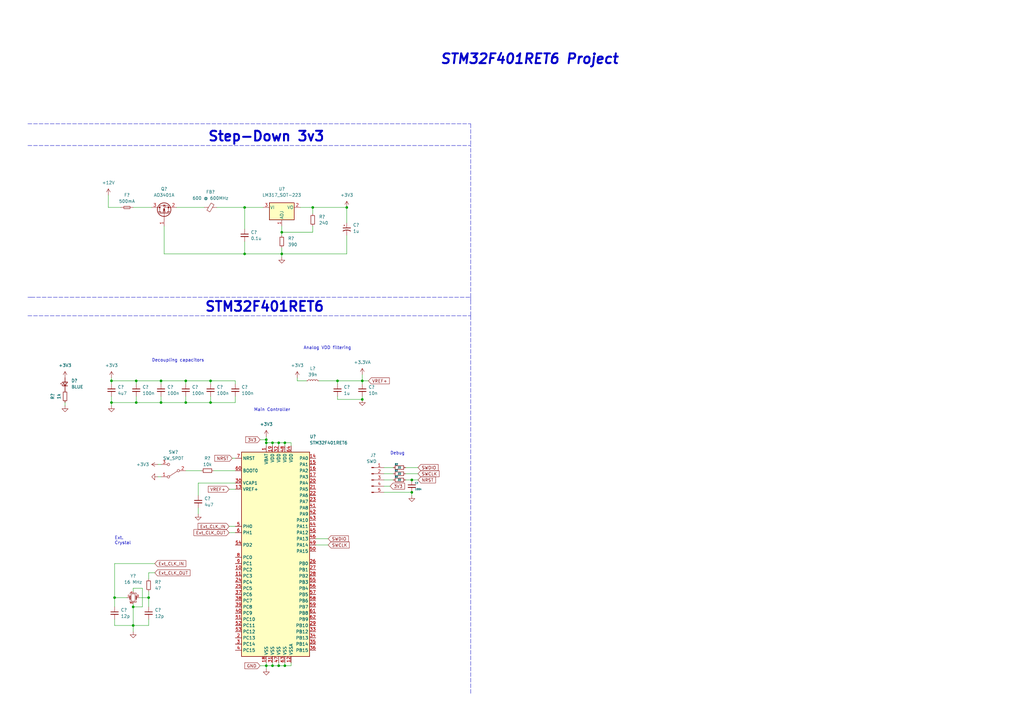
<source format=kicad_sch>
(kicad_sch (version 20211123) (generator eeschema)
  (paper "A3")
  (title_block (title "Breakoutboard STM32") (date "2022-10-02") (rev "1.0"))
  (lib_symbols
    (symbol "Connector:Conn_01x05_Male" (pin_names (offset 1.016) hide)
      (property "Reference" "J" (at 0 7.62 0))
      (property "Value" "Conn_01x05_Male" (at 0 -7.62 0))
      (symbol "Conn_01x05_Male_1_1"
        (polyline (pts (xy 1.27 -5.08) (xy 0.8636 -5.08)) (stroke (width 0.1524)))
        (polyline (pts (xy 1.27 -2.54) (xy 0.8636 -2.54)) (stroke (width 0.1524)))
        (polyline (pts (xy 1.27 0) (xy 0.8636 0)) (stroke (width 0.1524)))
        (polyline (pts (xy 1.27 2.54) (xy 0.8636 2.54)) (stroke (width 0.1524)))
        (polyline (pts (xy 1.27 5.08) (xy 0.8636 5.08)) (stroke (width 0.1524)))
        (rectangle (start 0.8636 -4.953) (end 0 -5.207) (stroke (width 0.1524)) (fill (type outline)))
        (rectangle (start 0.8636 -2.413) (end 0 -2.667) (stroke (width 0.1524)) (fill (type outline)))
        (rectangle (start 0.8636 0.127) (end 0 -0.127) (stroke (width 0.1524)) (fill (type outline)))
        (rectangle (start 0.8636 2.667) (end 0 2.413) (stroke (width 0.1524)) (fill (type outline)))
        (rectangle (start 0.8636 5.207) (end 0 4.953) (stroke (width 0.1524)) (fill (type outline)))
        (pin passive line (at 5.08 5.08 180) (length 3.81) (name "Pin_1") (number "1"))
        (pin passive line (at 5.08 2.54 180) (length 3.81) (name "Pin_2") (number "2"))
        (pin passive line (at 5.08 0 180) (length 3.81) (name "Pin_3") (number "3"))
        (pin passive line (at 5.08 -2.54 180) (length 3.81) (name "Pin_4") (number "4"))
        (pin passive line (at 5.08 -5.08 180) (length 3.81) (name "Pin_5") (number "5"))
      )
    )
    (symbol "Device:C_Polarized_Small_US" (pin_numbers hide) (pin_names (offset 0.254) hide)
      (property "Reference" "C" (at 0.254 1.778 0))
      (property "Value" "C_Polarized_Small_US" (at 0.254 -2.032 0))
      (symbol "C_Polarized_Small_US_0_1"
        (polyline (pts (xy -1.524 0.508) (xy 1.524 0.508)) (stroke (width 0.3048)))
        (polyline (pts (xy -1.27 1.524) (xy -0.762 1.524)))
        (polyline (pts (xy -1.016 1.27) (xy -1.016 1.778)))
        (arc (start 1.524 -0.762) (mid 0 -0.3734) (end -1.524 -0.762) (stroke (width 0.3048)))
      )
      (symbol "C_Polarized_Small_US_1_1"
        (pin passive line (at 0 2.54 270) (length 2.032) (name "~") (number "1"))
        (pin passive line (at 0 -2.54 90) (length 2.032) (name "~") (number "2"))
      )
    )
    (symbol "Device:C_Small" (pin_numbers hide) (pin_names (offset 0.254) hide)
      (property "Reference" "C" (at 0.254 1.778 0))
      (property "Value" "C_Small" (at 0.254 -2.032 0))
      (symbol "C_Small_0_1"
        (polyline (pts (xy -1.524 -0.508) (xy 1.524 -0.508)) (stroke (width 0.3302)))
        (polyline (pts (xy -1.524 0.508) (xy 1.524 0.508)) (stroke (width 0.3048)))
      )
      (symbol "C_Small_1_1"
        (pin passive line (at 0 2.54 270) (length 2.032) (name "~") (number "1"))
        (pin passive line (at 0 -2.54 90) (length 2.032) (name "~") (number "2"))
      )
    )
    (symbol "Device:Crystal_GND24_Small" (pin_names (offset 1.016) hide)
      (property "Reference" "Y" (at 1.27 4.445 0))
      (property "Value" "Crystal_GND24_Small" (at 1.27 2.54 0))
      (symbol "Crystal_GND24_Small_0_1"
        (rectangle (start -0.762 -1.524) (end 0.762 1.524))
        (polyline (pts (xy -1.27 -0.762) (xy -1.27 0.762)) (stroke (width 0.381)))
        (polyline (pts (xy 1.27 -0.762) (xy 1.27 0.762)) (stroke (width 0.381)))
        (polyline (pts (xy -1.27 -1.27) (xy -1.27 -1.905) (xy 1.27 -1.905) (xy 1.27 -1.27)))
        (polyline (pts (xy -1.27 1.27) (xy -1.27 1.905) (xy 1.27 1.905) (xy 1.27 1.27)))
      )
      (symbol "Crystal_GND24_Small_1_1"
        (pin passive line (at -2.54 0 0) (length 1.27) (name "1") (number "1"))
        (pin passive line (at 0 -2.54 90) (length 0.635) (name "2") (number "2"))
        (pin passive line (at 2.54 0 180) (length 1.27) (name "3") (number "3"))
        (pin passive line (at 0 2.54 270) (length 0.635) (name "4") (number "4"))
      )
    )
    (symbol "Device:FerriteBead_Small" (pin_numbers hide) (pin_names (offset 0))
      (property "Reference" "FB" (at 1.905 1.27 0))
      (property "Value" "FerriteBead_Small" (at 1.905 -1.27 0))
      (symbol "FerriteBead_Small_0_1"
        (polyline (pts (xy 0 -1.27) (xy 0 -0.7874)))
        (polyline (pts (xy 0 0.889) (xy 0 1.2954)))
        (polyline (pts (xy -1.8288 0.2794) (xy -1.1176 1.4986) (xy 1.8288 -0.2032) (xy 1.1176 -1.4224) (xy -1.8288 0.2794)))
      )
      (symbol "FerriteBead_Small_1_1"
        (pin passive line (at 0 2.54 270) (length 1.27) (name "~") (number "1"))
        (pin passive line (at 0 -2.54 90) (length 1.27) (name "~") (number "2"))
      )
    )
    (symbol "Device:Fuse_Small" (pin_numbers hide) (pin_names (offset 0.254) hide)
      (property "Reference" "F" (at 0 -1.524 0))
      (property "Value" "Fuse_Small" (at 0 1.524 0))
      (symbol "Fuse_Small_0_1"
        (rectangle (start -1.27 0.508) (end 1.27 -0.508))
        (polyline (pts (xy -1.27 0) (xy 1.27 0)))
      )
      (symbol "Fuse_Small_1_1"
        (pin passive line (at -2.54 0 0) (length 1.27) (name "~") (number "1"))
        (pin passive line (at 2.54 0 180) (length 1.27) (name "~") (number "2"))
      )
    )
    (symbol "Device:LED_Small" (pin_numbers hide) (pin_names (offset 0.254) hide)
      (property "Reference" "D" (at -1.27 3.175 0))
      (property "Value" "LED_Small" (at -4.445 -2.54 0))
      (symbol "LED_Small_0_1"
        (polyline (pts (xy -0.762 -1.016) (xy -0.762 1.016)) (stroke (width 0.254)))
        (polyline (pts (xy 1.016 0) (xy -0.762 0)))
        (polyline (pts (xy 0.762 -1.016) (xy -0.762 0) (xy 0.762 1.016) (xy 0.762 -1.016)) (stroke (width 0.254)))
        (polyline (pts (xy 0 0.762) (xy -0.508 1.27) (xy -0.254 1.27) (xy -0.508 1.27) (xy -0.508 1.016)))
        (polyline (pts (xy 0.508 1.27) (xy 0 1.778) (xy 0.254 1.778) (xy 0 1.778) (xy 0 1.524)))
      )
      (symbol "LED_Small_1_1"
        (pin passive line (at -2.54 0 0) (length 1.778) (name "K") (number "1"))
        (pin passive line (at 2.54 0 180) (length 1.778) (name "A") (number "2"))
      )
    )
    (symbol "Device:L_Small" (pin_numbers hide) (pin_names (offset 0.254) hide)
      (property "Reference" "L" (at 0.762 1.016 0))
      (property "Value" "L_Small" (at 0.762 -1.016 0))
      (symbol "L_Small_0_1"
        (arc (start 0 -2.032) (mid 0.508 -1.524) (end 0 -1.016))
        (arc (start 0 -1.016) (mid 0.508 -0.508) (end 0 0))
        (arc (start 0 0) (mid 0.508 0.508) (end 0 1.016))
        (arc (start 0 1.016) (mid 0.508 1.524) (end 0 2.032))
      )
      (symbol "L_Small_1_1"
        (pin passive line (at 0 2.54 270) (length 0.508) (name "~") (number "1"))
        (pin passive line (at 0 -2.54 90) (length 0.508) (name "~") (number "2"))
      )
    )
    (symbol "Device:R_Small" (pin_numbers hide) (pin_names (offset 0.254) hide)
      (property "Reference" "R" (at 0.762 0.508 0))
      (property "Value" "R_Small" (at 0.762 -1.016 0))
      (symbol "R_Small_0_1"
        (rectangle (start -0.762 1.778) (end 0.762 -1.778) (stroke (width 0.2032)))
      )
      (symbol "R_Small_1_1"
        (pin passive line (at 0 2.54 270) (length 0.762) (name "~") (number "1"))
        (pin passive line (at 0 -2.54 90) (length 0.762) (name "~") (number "2"))
      )
    )
    (symbol "MCU_ST_STM32F4:STM32F401RETx"
      (property "Reference" "U" (at -15.24 41.91 0))
      (property "Value" "STM32F401RETx" (at 7.62 41.91 0))
      (symbol "STM32F401RETx_0_1"
        (rectangle (start -15.24 -43.18) (end 12.7 40.64) (stroke (width 0.254)) (fill (type background)))
      )
      (symbol "STM32F401RETx_1_1"
        (pin power_in line (at -5.08 43.18 270) (length 2.54) (name "VBAT") (number "1"))
        (pin bidirectional line (at -17.78 -7.62 0) (length 2.54) (name "PC2") (number "10"))
        (pin bidirectional line (at -17.78 -10.16 0) (length 2.54) (name "PC3") (number "11"))
        (pin power_in line (at 5.08 -45.72 90) (length 2.54) (name "VSSA") (number "12"))
        (pin power_in line (at -17.78 25.4 0) (length 2.54) (name "VREF+") (number "13"))
        (pin bidirectional line (at 15.24 38.1 180) (length 2.54) (name "PA0") (number "14"))
        (pin bidirectional line (at 15.24 35.56 180) (length 2.54) (name "PA1") (number "15"))
        (pin bidirectional line (at 15.24 33.02 180) (length 2.54) (name "PA2") (number "16"))
        (pin bidirectional line (at 15.24 30.48 180) (length 2.54) (name "PA3") (number "17"))
        (pin power_in line (at -5.08 -45.72 90) (length 2.54) (name "VSS") (number "18"))
        (pin power_in line (at -2.54 43.18 270) (length 2.54) (name "VDD") (number "19"))
        (pin bidirectional line (at -17.78 -35.56 0) (length 2.54) (name "PC13") (number "2"))
        (pin bidirectional line (at 15.24 27.94 180) (length 2.54) (name "PA4") (number "20"))
        (pin bidirectional line (at 15.24 25.4 180) (length 2.54) (name "PA5") (number "21"))
        (pin bidirectional line (at 15.24 22.86 180) (length 2.54) (name "PA6") (number "22"))
        (pin bidirectional line (at 15.24 20.32 180) (length 2.54) (name "PA7") (number "23"))
        (pin bidirectional line (at -17.78 -12.7 0) (length 2.54) (name "PC4") (number "24"))
        (pin bidirectional line (at -17.78 -15.24 0) (length 2.54) (name "PC5") (number "25"))
        (pin bidirectional line (at 15.24 -5.08 180) (length 2.54) (name "PB0") (number "26"))
        (pin bidirectional line (at 15.24 -7.62 180) (length 2.54) (name "PB1") (number "27"))
        (pin bidirectional line (at 15.24 -10.16 180) (length 2.54) (name "PB2") (number "28"))
        (pin bidirectional line (at 15.24 -30.48 180) (length 2.54) (name "PB10") (number "29"))
        (pin bidirectional line (at -17.78 -38.1 0) (length 2.54) (name "PC14") (number "3"))
        (pin power_in line (at -17.78 27.94 0) (length 2.54) (name "VCAP1") (number "30"))
        (pin power_in line (at -2.54 -45.72 90) (length 2.54) (name "VSS") (number "31"))
        (pin power_in line (at 0 43.18 270) (length 2.54) (name "VDD") (number "32"))
        (pin bidirectional line (at 15.24 -33.02 180) (length 2.54) (name "PB12") (number "33"))
        (pin bidirectional line (at 15.24 -35.56 180) (length 2.54) (name "PB13") (number "34"))
        (pin bidirectional line (at 15.24 -38.1 180) (length 2.54) (name "PB14") (number "35"))
        (pin bidirectional line (at 15.24 -40.64 180) (length 2.54) (name "PB15") (number "36"))
        (pin bidirectional line (at -17.78 -17.78 0) (length 2.54) (name "PC6") (number "37"))
        (pin bidirectional line (at -17.78 -20.32 0) (length 2.54) (name "PC7") (number "38"))
        (pin bidirectional line (at -17.78 -22.86 0) (length 2.54) (name "PC8") (number "39"))
        (pin bidirectional line (at -17.78 -40.64 0) (length 2.54) (name "PC15") (number "4"))
        (pin bidirectional line (at -17.78 -25.4 0) (length 2.54) (name "PC9") (number "40"))
        (pin bidirectional line (at 15.24 17.78 180) (length 2.54) (name "PA8") (number "41"))
        (pin bidirectional line (at 15.24 15.24 180) (length 2.54) (name "PA9") (number "42"))
        (pin bidirectional line (at 15.24 12.7 180) (length 2.54) (name "PA10") (number "43"))
        (pin bidirectional line (at 15.24 10.16 180) (length 2.54) (name "PA11") (number "44"))
        (pin bidirectional line (at 15.24 7.62 180) (length 2.54) (name "PA12") (number "45"))
        (pin bidirectional line (at 15.24 5.08 180) (length 2.54) (name "PA13") (number "46"))
        (pin power_in line (at 0 -45.72 90) (length 2.54) (name "VSS") (number "47"))
        (pin power_in line (at 2.54 43.18 270) (length 2.54) (name "VDD") (number "48"))
        (pin bidirectional line (at 15.24 2.54 180) (length 2.54) (name "PA14") (number "49"))
        (pin input line (at -17.78 10.16 0) (length 2.54) (name "PH0") (number "5"))
        (pin bidirectional line (at 15.24 0 180) (length 2.54) (name "PA15") (number "50"))
        (pin bidirectional line (at -17.78 -27.94 0) (length 2.54) (name "PC10") (number "51"))
        (pin bidirectional line (at -17.78 -30.48 0) (length 2.54) (name "PC11") (number "52"))
        (pin bidirectional line (at -17.78 -33.02 0) (length 2.54) (name "PC12") (number "53"))
        (pin bidirectional line (at -17.78 2.54 0) (length 2.54) (name "PD2") (number "54"))
        (pin bidirectional line (at 15.24 -12.7 180) (length 2.54) (name "PB3") (number "55"))
        (pin bidirectional line (at 15.24 -15.24 180) (length 2.54) (name "PB4") (number "56"))
        (pin bidirectional line (at 15.24 -17.78 180) (length 2.54) (name "PB5") (number "57"))
        (pin bidirectional line (at 15.24 -20.32 180) (length 2.54) (name "PB6") (number "58"))
        (pin bidirectional line (at 15.24 -22.86 180) (length 2.54) (name "PB7") (number "59"))
        (pin input line (at -17.78 7.62 0) (length 2.54) (name "PH1") (number "6"))
        (pin input line (at -17.78 33.02 0) (length 2.54) (name "BOOT0") (number "60"))
        (pin bidirectional line (at 15.24 -25.4 180) (length 2.54) (name "PB8") (number "61"))
        (pin bidirectional line (at 15.24 -27.94 180) (length 2.54) (name "PB9") (number "62"))
        (pin power_in line (at 2.54 -45.72 90) (length 2.54) (name "VSS") (number "63"))
        (pin power_in line (at 5.08 43.18 270) (length 2.54) (name "VDD") (number "64"))
        (pin input line (at -17.78 38.1 0) (length 2.54) (name "NRST") (number "7"))
        (pin bidirectional line (at -17.78 -2.54 0) (length 2.54) (name "PC0") (number "8"))
        (pin bidirectional line (at -17.78 -5.08 0) (length 2.54) (name "PC1") (number "9"))
      )
    )
    (symbol "Regulator_Linear:LM317_SOT-223" (pin_names (offset 0.254))
      (property "Reference" "U" (at -3.81 3.175 0))
      (property "Value" "LM317_SOT-223" (at 0 3.175 0))
      (symbol "LM317_SOT-223_0_1"
        (rectangle (start -5.08 1.905) (end 5.08 -5.08) (stroke (width 0.254)) (fill (type background)))
      )
      (symbol "LM317_SOT-223_1_1"
        (pin input line (at 0 -7.62 90) (length 2.54) (name "ADJ") (number "1"))
        (pin power_out line (at 7.62 0 180) (length 2.54) (name "VO") (number "2"))
        (pin power_in line (at -7.62 0 0) (length 2.54) (name "VI") (number "3"))
      )
    )
    (symbol "Switch:SW_SPDT" (pin_names (offset 0) hide)
      (property "Reference" "SW" (at 0 4.318 0))
      (property "Value" "SW_SPDT" (at 0 -5.08 0))
      (symbol "SW_SPDT_0_0"
        (circle (center -2.032 0) (radius 0.508))
        (circle (center 2.032 -2.54) (radius 0.508))
      )
      (symbol "SW_SPDT_0_1"
        (polyline (pts (xy -1.524 0.254) (xy 1.651 2.286)))
        (circle (center 2.032 2.54) (radius 0.508))
      )
      (symbol "SW_SPDT_1_1"
        (pin passive line (at 5.08 2.54 180) (length 2.54) (name "A") (number "1"))
        (pin passive line (at -5.08 0 0) (length 2.54) (name "B") (number "2"))
        (pin passive line (at 5.08 -2.54 180) (length 2.54) (name "C") (number "3"))
      )
    )
    (symbol "Transistor_FET:AO3401A" (pin_names hide)
      (property "Reference" "Q" (at 5.08 1.905 0))
      (property "Value" "AO3401A" (at 5.08 0 0))
      (symbol "AO3401A_0_1"
        (polyline (pts (xy 0.254 0) (xy -2.54 0)))
        (polyline (pts (xy 0.254 1.905) (xy 0.254 -1.905)) (stroke (width 0.254)))
        (polyline (pts (xy 0.762 -1.27) (xy 0.762 -2.286)) (stroke (width 0.254)))
        (polyline (pts (xy 0.762 0.508) (xy 0.762 -0.508)) (stroke (width 0.254)))
        (polyline (pts (xy 0.762 2.286) (xy 0.762 1.27)) (stroke (width 0.254)))
        (polyline (pts (xy 2.54 2.54) (xy 2.54 1.778)))
        (polyline (pts (xy 2.54 -2.54) (xy 2.54 0) (xy 0.762 0)))
        (polyline (pts (xy 0.762 1.778) (xy 3.302 1.778) (xy 3.302 -1.778) (xy 0.762 -1.778)))
        (polyline (pts (xy 2.286 0) (xy 1.27 0.381) (xy 1.27 -0.381) (xy 2.286 0)) (fill (type outline)))
        (polyline (pts (xy 2.794 -0.508) (xy 2.921 -0.381) (xy 3.683 -0.381) (xy 3.81 -0.254)))
        (polyline (pts (xy 3.302 -0.381) (xy 2.921 0.254) (xy 3.683 0.254) (xy 3.302 -0.381)))
        (circle (center 1.651 0) (radius 2.794) (stroke (width 0.254)))
        (circle (center 2.54 -1.778) (radius 0.254) (fill (type outline)))
        (circle (center 2.54 1.778) (radius 0.254) (fill (type outline)))
      )
      (symbol "AO3401A_1_1"
        (pin input line (at -5.08 0 0) (length 2.54) (name "G") (number "1"))
        (pin passive line (at 2.54 -5.08 90) (length 2.54) (name "S") (number "2"))
        (pin passive line (at 2.54 5.08 270) (length 2.54) (name "D") (number "3"))
      )
    )
    (symbol "power:+12V" (power) (pin_names (offset 0))
      (property "Value" "+12V" (at 0 3.556 0))
      (symbol "+12V_0_1"
        (polyline (pts (xy -0.762 1.27) (xy 0 2.54)))
        (polyline (pts (xy 0 0) (xy 0 2.54)))
        (polyline (pts (xy 0 2.54) (xy 0.762 1.27)))
      )
      (symbol "+12V_1_1"
        (pin power_in line (at 0 0 90) (length 0) hide (name "+12V") (number "1"))
      )
    )
    (symbol "power:+3.3VA" (power) (pin_names (offset 0))
      (property "Value" "+3.3VA" (at 0 3.556 0))
      (symbol "+3.3VA_0_1"
        (polyline (pts (xy -0.762 1.27) (xy 0 2.54)))
        (polyline (pts (xy 0 0) (xy 0 2.54)))
        (polyline (pts (xy 0 2.54) (xy 0.762 1.27)))
      )
      (symbol "+3.3VA_1_1"
        (pin power_in line (at 0 0 90) (length 0) hide (name "+3.3VA") (number "1"))
      )
    )
    (symbol "power:+3V3" (power) (pin_names (offset 0))
      (property "Value" "+3V3" (at 0 3.556 0))
      (symbol "+3V3_0_1"
        (polyline (pts (xy -0.762 1.27) (xy 0 2.54)))
        (polyline (pts (xy 0 0) (xy 0 2.54)))
        (polyline (pts (xy 0 2.54) (xy 0.762 1.27)))
      )
      (symbol "+3V3_1_1"
        (pin power_in line (at 0 0 90) (length 0) hide (name "+3V3") (number "1"))
      )
    )
    (symbol "power:GND" (power) (pin_names (offset 0))
      (property "Value" "GND" (at 0 -3.81 0))
      (symbol "GND_0_1"
        (polyline (pts (xy 0 0) (xy 0 -1.27) (xy 1.27 -1.27) (xy 0 -2.54) (xy -1.27 -1.27) (xy 0 -1.27)))
      )
      (symbol "GND_1_1"
        (pin power_in line (at 0 0 270) (length 0) hide (name "GND") (number "1"))
      )
    )
  )
  (junction (at 142.24 85.09))
  (junction (at 168.91 196.85))
  (junction (at 111.76 181.61))
  (junction (at 55.88 156.21))
  (junction (at 114.3 181.61))
  (junction (at 109.22 273.05))
  (junction (at 115.57 95.25))
  (junction (at 138.43 156.21))
  (junction (at 116.84 181.61))
  (junction (at 109.22 180.34))
  (junction (at 114.3 273.05))
  (junction (at 148.59 163.83))
  (junction (at 148.59 156.21))
  (junction (at 109.22 181.61))
  (junction (at 111.76 273.05))
  (junction (at 66.04 156.21))
  (junction (at 45.72 156.21))
  (junction (at 116.84 273.05))
  (junction (at 76.2 165.1))
  (junction (at 86.36 165.1))
  (junction (at 55.88 165.1))
  (junction (at 54.61 248.92))
  (junction (at 168.91 201.93))
  (junction (at 100.33 85.09))
  (junction (at 100.33 104.14))
  (junction (at 128.27 85.09))
  (junction (at 76.2 156.21))
  (junction (at 46.99 245.11))
  (junction (at 86.36 156.21))
  (junction (at 60.96 245.11))
  (junction (at 54.61 256.54))
  (junction (at 66.04 165.1))
  (junction (at 115.57 104.14))
  (junction (at 45.72 165.1))
  (wire (pts (xy 166.37 191.77) (xy 171.45 191.77)))
  (wire (pts (xy 76.2 156.21) (xy 66.04 156.21)))
  (wire (pts (xy 76.2 193.04) (xy 82.55 193.04)))
  (polyline (pts (xy 12.7 121.92) (xy 193.04 121.92)))
  (wire (pts (xy 114.3 181.61) (xy 111.76 181.61)))
  (wire (pts (xy 111.76 273.05) (xy 109.22 273.05)))
  (wire (pts (xy 46.99 256.54) (xy 54.61 256.54)))
  (wire (pts (xy 157.48 191.77) (xy 161.29 191.77)))
  (wire (pts (xy 148.59 153.67) (xy 148.59 156.21)))
  (wire (pts (xy 93.98 215.9) (xy 96.52 215.9)))
  (wire (pts (xy 157.48 199.39) (xy 160.02 199.39)))
  (wire (pts (xy 121.92 154.94) (xy 121.92 156.21)))
  (wire (pts (xy 148.59 163.83) (xy 148.59 162.56)))
  (wire (pts (xy 54.61 256.54) (xy 60.96 256.54)))
  (wire (pts (xy 54.61 241.3) (xy 58.42 241.3)))
  (wire (pts (xy 106.68 273.05) (xy 109.22 273.05)))
  (wire (pts (xy 96.52 165.1) (xy 96.52 162.56)))
  (wire (pts (xy 54.61 247.65) (xy 54.61 248.92)))
  (wire (pts (xy 119.38 271.78) (xy 119.38 273.05)))
  (wire (pts (xy 111.76 271.78) (xy 111.76 273.05)))
  (polyline (pts (xy 193.04 121.92) (xy 193.04 123.19)))
  (wire (pts (xy 45.72 154.94) (xy 45.72 156.21)))
  (wire (pts (xy 100.33 85.09) (xy 107.95 85.09)))
  (wire (pts (xy 54.61 248.92) (xy 54.61 256.54)))
  (wire (pts (xy 111.76 181.61) (xy 109.22 181.61)))
  (wire (pts (xy 67.31 92.71) (xy 67.31 104.14)))
  (wire (pts (xy 115.57 95.25) (xy 115.57 96.52)))
  (wire (pts (xy 88.9 85.09) (xy 100.33 85.09)))
  (wire (pts (xy 76.2 157.48) (xy 76.2 156.21)))
  (polyline (pts (xy 11.43 50.8) (xy 193.04 50.8)))
  (polyline (pts (xy 11.43 121.92) (xy 12.7 121.92)))
  (wire (pts (xy 81.28 208.28) (xy 81.28 210.82)))
  (wire (pts (xy 129.54 223.52) (xy 134.62 223.52)))
  (wire (pts (xy 119.38 181.61) (xy 116.84 181.61)))
  (polyline (pts (xy 11.43 129.54) (xy 193.04 129.54)))
  (wire (pts (xy 157.48 201.93) (xy 168.91 201.93)))
  (wire (pts (xy 109.22 180.34) (xy 109.22 181.61)))
  (wire (pts (xy 93.98 200.66) (xy 96.52 200.66)))
  (wire (pts (xy 66.04 162.56) (xy 66.04 165.1)))
  (wire (pts (xy 64.77 190.5) (xy 66.04 190.5)))
  (wire (pts (xy 96.52 156.21) (xy 86.36 156.21)))
  (polyline (pts (xy 193.04 123.19) (xy 193.04 129.54)))
  (wire (pts (xy 46.99 245.11) (xy 46.99 231.14)))
  (wire (pts (xy 109.22 179.07) (xy 109.22 180.34)))
  (wire (pts (xy 66.04 157.48) (xy 66.04 156.21)))
  (wire (pts (xy 66.04 165.1) (xy 76.2 165.1)))
  (wire (pts (xy 55.88 157.48) (xy 55.88 156.21)))
  (wire (pts (xy 119.38 273.05) (xy 116.84 273.05)))
  (wire (pts (xy 100.33 99.06) (xy 100.33 104.14)))
  (wire (pts (xy 157.48 194.31) (xy 161.29 194.31)))
  (wire (pts (xy 76.2 162.56) (xy 76.2 165.1)))
  (wire (pts (xy 46.99 254) (xy 46.99 256.54)))
  (wire (pts (xy 60.96 242.57) (xy 60.96 245.11)))
  (wire (pts (xy 142.24 85.09) (xy 128.27 85.09)))
  (wire (pts (xy 168.91 201.93) (xy 168.91 203.2)))
  (wire (pts (xy 114.3 182.88) (xy 114.3 181.61)))
  (wire (pts (xy 44.45 80.01) (xy 44.45 85.09)))
  (wire (pts (xy 60.96 256.54) (xy 60.96 254)))
  (wire (pts (xy 55.88 162.56) (xy 55.88 165.1)))
  (wire (pts (xy 109.22 181.61) (xy 109.22 182.88)))
  (wire (pts (xy 81.28 198.12) (xy 96.52 198.12)))
  (wire (pts (xy 58.42 241.3) (xy 58.42 248.92)))
  (wire (pts (xy 72.39 85.09) (xy 83.82 85.09)))
  (wire (pts (xy 100.33 104.14) (xy 115.57 104.14)))
  (wire (pts (xy 58.42 248.92) (xy 54.61 248.92)))
  (wire (pts (xy 119.38 182.88) (xy 119.38 181.61)))
  (wire (pts (xy 64.77 195.58) (xy 66.04 195.58)))
  (wire (pts (xy 114.3 271.78) (xy 114.3 273.05)))
  (wire (pts (xy 138.43 156.21) (xy 138.43 157.48)))
  (wire (pts (xy 54.61 85.09) (xy 62.23 85.09)))
  (wire (pts (xy 138.43 163.83) (xy 148.59 163.83)))
  (wire (pts (xy 123.19 85.09) (xy 128.27 85.09)))
  (wire (pts (xy 168.91 196.85) (xy 171.45 196.85)))
  (wire (pts (xy 46.99 231.14) (xy 63.5 231.14)))
  (wire (pts (xy 148.59 156.21) (xy 138.43 156.21)))
  (wire (pts (xy 148.59 156.21) (xy 151.13 156.21)))
  (wire (pts (xy 55.88 156.21) (xy 45.72 156.21)))
  (wire (pts (xy 55.88 165.1) (xy 66.04 165.1)))
  (wire (pts (xy 66.04 156.21) (xy 55.88 156.21)))
  (wire (pts (xy 54.61 242.57) (xy 54.61 241.3)))
  (wire (pts (xy 109.22 273.05) (xy 109.22 274.32)))
  (wire (pts (xy 60.96 237.49) (xy 60.96 234.95)))
  (wire (pts (xy 46.99 248.92) (xy 46.99 245.11)))
  (wire (pts (xy 142.24 104.14) (xy 115.57 104.14)))
  (wire (pts (xy 26.67 165.1) (xy 26.67 166.37)))
  (wire (pts (xy 148.59 157.48) (xy 148.59 156.21)))
  (wire (pts (xy 67.31 104.14) (xy 100.33 104.14)))
  (wire (pts (xy 96.52 157.48) (xy 96.52 156.21)))
  (wire (pts (xy 86.36 156.21) (xy 76.2 156.21)))
  (wire (pts (xy 106.68 180.34) (xy 109.22 180.34)))
  (wire (pts (xy 142.24 96.52) (xy 142.24 104.14)))
  (wire (pts (xy 116.84 273.05) (xy 114.3 273.05)))
  (wire (pts (xy 115.57 92.71) (xy 115.57 95.25)))
  (wire (pts (xy 129.54 220.98) (xy 134.62 220.98)))
  (wire (pts (xy 128.27 92.71) (xy 128.27 95.25)))
  (wire (pts (xy 45.72 162.56) (xy 45.72 165.1)))
  (wire (pts (xy 116.84 271.78) (xy 116.84 273.05)))
  (wire (pts (xy 57.15 245.11) (xy 60.96 245.11)))
  (wire (pts (xy 111.76 182.88) (xy 111.76 181.61)))
  (wire (pts (xy 166.37 196.85) (xy 168.91 196.85)))
  (polyline (pts (xy 193.04 50.8) (xy 193.04 59.69)))
  (wire (pts (xy 114.3 273.05) (xy 111.76 273.05)))
  (wire (pts (xy 130.81 156.21) (xy 138.43 156.21)))
  (wire (pts (xy 76.2 165.1) (xy 86.36 165.1)))
  (wire (pts (xy 86.36 157.48) (xy 86.36 156.21)))
  (wire (pts (xy 100.33 93.98) (xy 100.33 85.09)))
  (wire (pts (xy 60.96 234.95) (xy 63.5 234.95)))
  (polyline (pts (xy 193.04 121.92) (xy 193.04 59.69)))
  (wire (pts (xy 116.84 182.88) (xy 116.84 181.61)))
  (wire (pts (xy 115.57 104.14) (xy 115.57 105.41)))
  (wire (pts (xy 81.28 203.2) (xy 81.28 198.12)))
  (wire (pts (xy 116.84 181.61) (xy 114.3 181.61)))
  (wire (pts (xy 87.63 193.04) (xy 96.52 193.04)))
  (wire (pts (xy 86.36 162.56) (xy 86.36 165.1)))
  (wire (pts (xy 60.96 245.11) (xy 60.96 248.92)))
  (polyline (pts (xy 11.43 59.69) (xy 193.04 59.69)))
  (wire (pts (xy 166.37 194.31) (xy 171.45 194.31)))
  (wire (pts (xy 121.92 156.21) (xy 125.73 156.21)))
  (wire (pts (xy 95.25 187.96) (xy 96.52 187.96)))
  (wire (pts (xy 157.48 196.85) (xy 161.29 196.85)))
  (wire (pts (xy 54.61 256.54) (xy 54.61 259.08)))
  (wire (pts (xy 45.72 156.21) (xy 45.72 157.48)))
  (wire (pts (xy 109.22 271.78) (xy 109.22 273.05)))
  (wire (pts (xy 86.36 165.1) (xy 96.52 165.1)))
  (wire (pts (xy 45.72 165.1) (xy 55.88 165.1)))
  (wire (pts (xy 128.27 85.09) (xy 128.27 87.63)))
  (wire (pts (xy 93.98 218.44) (xy 96.52 218.44)))
  (wire (pts (xy 142.24 91.44) (xy 142.24 85.09)))
  (wire (pts (xy 44.45 85.09) (xy 49.53 85.09)))
  (wire (pts (xy 115.57 101.6) (xy 115.57 104.14)))
  (wire (pts (xy 138.43 162.56) (xy 138.43 163.83)))
  (wire (pts (xy 45.72 165.1) (xy 45.72 166.37)))
  (polyline (pts (xy 193.04 129.54) (xy 193.04 284.48)))
  (wire (pts (xy 46.99 245.11) (xy 52.07 245.11)))
  (wire (pts (xy 128.27 95.25) (xy 115.57 95.25)))
  (text "STM32F401RET6" (at 83.82 128.27 0) (effects (font (size 4 4) (thickness 0.8) bold) (justify left bottom)))
  (text "Decoupling capacitors" (at 62.23 148.59 0) (effects (font (size 1.27 1.27)) (justify left bottom)))
  (text "Debug\n" (at 160.02 186.69 0) (effects (font (size 1.27 1.27)) (justify left bottom)))
  (text "Analog VDD filtering" (at 124.46 143.51 0) (effects (font (size 1.27 1.27)) (justify left bottom)))
  (text "Main Controller\n" (at 104.14 168.91 0) (effects (font (size 1.27 1.27)) (justify left bottom)))
  (text "STM32F401RET6 Project " (at 180.34 26.67 0) (effects (font (size 4 4) (thickness 0.8) bold italic) (justify left bottom)))
  (text "Step-Down 3v3\n" (at 85.09 58.42 0) (effects (font (size 4 4) (thickness 0.8) bold) (justify left bottom)))
  (text "Ext. \nCrystal" (at 46.99 223.52 0) (effects (font (size 1.27 1.27)) (justify left bottom)))
  (global_label "SWDIO" (shape input) (at 134.62 220.98 0) (property "Intersheet References" "${INTERSHEET_REFS}" (effects hide)))
  (global_label "Ext_CLK_IN" (shape input) (at 93.98 215.9 180) (property "Intersheet References" "${INTERSHEET_REFS}" (effects hide)))
  (global_label "NRST" (shape input) (at 95.25 187.96 180) (property "Intersheet References" "${INTERSHEET_REFS}" (effects hide)))
  (global_label "3V3" (shape input) (at 160.02 199.39 0) (property "Intersheet References" "${INTERSHEET_REFS}" (effects hide)))
  (global_label "VREF+" (shape input) (at 151.13 156.21 0) (property "Intersheet References" "${INTERSHEET_REFS}" (effects hide)))
  (global_label "SWDIO" (shape input) (at 171.45 191.77 0) (property "Intersheet References" "${INTERSHEET_REFS}" (effects hide)))
  (global_label "SWCLK" (shape input) (at 134.62 223.52 0) (property "Intersheet References" "${INTERSHEET_REFS}" (effects hide)))
  (global_label "Ext_CLK_IN" (shape input) (at 63.5 231.14 0) (property "Intersheet References" "${INTERSHEET_REFS}" (effects hide)))
  (global_label "Ext_CLK_OUT" (shape input) (at 63.5 234.95 0) (property "Intersheet References" "${INTERSHEET_REFS}" (effects hide)))
  (global_label "GND" (shape input) (at 106.68 273.05 180) (property "Intersheet References" "${INTERSHEET_REFS}" (effects hide)))
  (global_label "SWCLK" (shape input) (at 171.45 194.31 0) (property "Intersheet References" "${INTERSHEET_REFS}" (effects hide)))
  (global_label "Ext_CLK_OUT" (shape input) (at 93.98 218.44 180) (property "Intersheet References" "${INTERSHEET_REFS}" (effects hide)))
  (global_label "VREF+" (shape input) (at 93.98 200.66 180) (property "Intersheet References" "${INTERSHEET_REFS}" (effects hide)))
  (global_label "NRST" (shape input) (at 171.45 196.85 0) (property "Intersheet References" "${INTERSHEET_REFS}" (effects hide)))
  (global_label "3V3" (shape input) (at 106.68 180.34 180) (property "Intersheet References" "${INTERSHEET_REFS}" (effects hide)))
  (symbol (lib_id "power:+3V3") (at 45.72 154.94 0) (unit 1)
    (property "Reference" "#PWR?" (effects hide))
    (property "Value" "+3V3" (at 45.72 149.86 0))
  )
  (symbol (lib_id "Device:R_Small") (at 26.67 162.56 180) (unit 1)
    (property "Reference" "R?" (at 21.59 162.56 90))
    (property "Value" "1k" (at 24.13 162.56 90))
  )
  (symbol (lib_id "power:+12V") (at 44.45 80.01 0) (unit 1)
    (property "Reference" "#PWR?" (effects hide))
    (property "Value" "+12V" (at 44.45 74.93 0))
  )
  (symbol (lib_id "Device:R_Small") (at 163.83 196.85 90) (unit 1)
    (property "Reference" "R?" (at 162.56 195.58 90) (effects (font (size 0.7 0.7))))
    (property "Value" "22" (at 163.83 196.85 90) (effects (font (size 0.7 0.7))))
  )
  (symbol (lib_id "Device:C_Small") (at 148.59 160.02 0) (unit 1)
    (property "Reference" "C?" (at 151.13 158.7562 0) (effects (justify left)))
    (property "Value" "10n" (at 151.13 161.2962 0) (effects (justify left)))
  )
  (symbol (lib_id "power:GND") (at 81.28 210.82 0) (unit 1)
    (property "Reference" "#PWR?" (effects hide))
    (property "Value" "GND" (effects hide))
  )
  (symbol (lib_id "power:+3V3") (at 26.67 154.94 0) (unit 1)
    (property "Reference" "#PWR?" (effects hide))
    (property "Value" "+3V3" (at 26.67 149.86 0))
  )
  (symbol (lib_id "power:GND") (at 148.59 163.83 0) (unit 1)
    (property "Reference" "#PWR?" (effects hide))
    (property "Value" "GND" (effects hide))
  )
  (symbol (lib_id "Device:C_Small") (at 46.99 251.46 0) (unit 1)
    (property "Reference" "C?" (at 49.53 250.1962 0) (effects (justify left)))
    (property "Value" "12p" (at 49.53 252.7362 0) (effects (justify left)))
  )
  (symbol (lib_id "Device:C_Polarized_Small_US") (at 142.24 93.98 0) (unit 1)
    (property "Reference" "C?" (at 144.78 92.2781 0) (effects (justify left)))
    (property "Value" "1u" (at 144.78 94.8181 0) (effects (justify left)))
    (property "Footprint" "Capacitor_SMD:CP_Elec_3x5.3" (effects hide))
  )
  (symbol (lib_id "Device:C_Small") (at 66.04 160.02 0) (unit 1)
    (property "Reference" "C?" (at 68.58 158.7562 0) (effects (justify left)))
    (property "Value" "100n" (at 68.58 161.2962 0) (effects (justify left)))
  )
  (symbol (lib_id "power:GND") (at 45.72 166.37 0) (unit 1)
    (property "Reference" "#PWR?" (effects hide))
    (property "Value" "GND" (effects hide))
  )
  (symbol (lib_id "Device:C_Small") (at 100.33 96.52 0) (unit 1)
    (property "Reference" "C?" (at 102.87 95.2562 0) (effects (justify left)))
    (property "Value" "0.1u" (at 102.87 97.7962 0) (effects (justify left)))
  )
  (symbol (lib_id "power:GND") (at 26.67 166.37 0) (unit 1)
    (property "Reference" "#PWR?" (effects hide))
    (property "Value" "GND" (effects hide))
  )
  (symbol (lib_id "Device:Crystal_GND24_Small") (at 54.61 245.11 0) (unit 1)
    (property "Reference" "Y?" (at 54.61 236.22 0))
    (property "Value" "16 MHz" (at 54.61 238.76 0))
  )
  (symbol (lib_id "power:GND") (at 54.61 259.08 0) (unit 1)
    (property "Reference" "#PWR?" (effects hide))
    (property "Value" "GND" (effects hide))
  )
  (symbol (lib_id "Device:C_Small") (at 76.2 160.02 0) (unit 1)
    (property "Reference" "C?" (at 78.74 158.7562 0) (effects (justify left)))
    (property "Value" "100n" (at 78.74 161.2962 0) (effects (justify left)))
  )
  (symbol (lib_id "Device:C_Small") (at 55.88 160.02 0) (unit 1)
    (property "Reference" "C?" (at 58.42 158.7562 0) (effects (justify left)))
    (property "Value" "100n" (at 58.42 161.2962 0) (effects (justify left)))
  )
  (symbol (lib_id "Switch:SW_SPDT") (at 71.12 193.04 180) (unit 1)
    (property "Reference" "SW?" (at 71.12 185.42 0))
    (property "Value" "SW_SPDT" (at 71.12 187.96 0))
  )
  (symbol (lib_id "Device:R_Small") (at 163.83 194.31 90) (unit 1)
    (property "Reference" "R?" (at 162.56 193.04 90) (effects (font (size 0.7 0.7))))
    (property "Value" "22" (at 163.83 194.31 90) (effects (font (size 0.7 0.7))))
  )
  (symbol (lib_id "Device:C_Small") (at 60.96 251.46 0) (unit 1)
    (property "Reference" "C?" (at 63.5 250.1962 0) (effects (justify left)))
    (property "Value" "12p" (at 63.5 252.7362 0) (effects (justify left)))
  )
  (symbol (lib_id "power:+3V3") (at 109.22 179.07 0) (unit 1)
    (property "Reference" "#PWR?" (effects hide))
    (property "Value" "+3V3" (at 109.22 173.99 0))
  )
  (symbol (lib_id "power:+3V3") (at 64.77 190.5 90) (unit 1)
    (property "Reference" "#PWR?" (effects hide))
    (property "Value" "+3V3" (at 55.88 190.5 90) (effects (justify right)))
  )
  (symbol (lib_id "Transistor_FET:AO3401A") (at 67.31 87.63 90) (unit 1)
    (property "Reference" "Q?" (at 67.31 77.47 90))
    (property "Value" "AO3401A" (at 67.31 80.01 90))
    (property "Footprint" "Package_TO_SOT_SMD:SOT-23" (effects hide))
    (property "Datasheet" "http://www.aosmd.com/pdfs/datasheet/AO3401A.pdf" (effects hide))
  )
  (symbol (lib_id "Device:Fuse_Small") (at 52.07 85.09 0) (unit 1)
    (property "Reference" "F?" (at 52.07 80.01 0))
    (property "Value" "500mA" (at 52.07 82.55 0))
  )
  (symbol (lib_id "power:GND") (at 64.77 195.58 270) (unit 1)
    (property "Reference" "#PWR?" (effects hide))
    (property "Value" "GND" (effects hide))
  )
  (symbol (lib_id "power:GND") (at 168.91 203.2 0) (unit 1)
    (property "Reference" "#PWR?" (effects hide))
    (property "Value" "GND" (effects hide))
  )
  (symbol (lib_id "Device:C_Small") (at 138.43 160.02 0) (unit 1)
    (property "Reference" "C?" (at 140.97 158.7562 0) (effects (justify left)))
    (property "Value" "1u" (at 140.97 161.2962 0) (effects (justify left)))
  )
  (symbol (lib_id "Device:R_Small") (at 85.09 193.04 90) (unit 1)
    (property "Reference" "R?" (at 85.09 187.96 90))
    (property "Value" "10k" (at 85.09 190.5 90))
  )
  (symbol (lib_id "power:GND") (at 109.22 274.32 0) (unit 1)
    (property "Reference" "#PWR?" (effects hide))
    (property "Value" "GND" (effects hide))
  )
  (symbol (lib_id "Device:R_Small") (at 60.96 240.03 0) (unit 1)
    (property "Reference" "R?" (at 63.5 238.7599 0) (effects (justify left)))
    (property "Value" "47" (at 63.5 241.2999 0) (effects (justify left)))
  )
  (symbol (lib_id "Device:FerriteBead_Small") (at 86.36 85.09 90) (unit 1)
    (property "Reference" "FB?" (at 86.3219 78.74 90))
    (property "Value" "600 @ 600MHz" (at 86.3219 81.28 90))
  )
  (symbol (lib_id "power:+3V3") (at 121.92 154.94 0) (unit 1)
    (property "Reference" "#PWR?" (effects hide))
    (property "Value" "+3V3" (at 121.92 149.86 0))
  )
  (symbol (lib_id "Device:C_Small") (at 86.36 160.02 0) (unit 1)
    (property "Reference" "C?" (at 88.9 158.7562 0) (effects (justify left)))
    (property "Value" "100n" (at 88.9 161.2962 0) (effects (justify left)))
  )
  (symbol (lib_id "Device:C_Small") (at 81.28 205.74 0) (unit 1)
    (property "Reference" "C?" (at 83.82 204.4762 0) (effects (justify left)))
    (property "Value" "4u7" (at 83.82 207.0162 0) (effects (justify left)))
  )
  (symbol (lib_id "Device:C_Small") (at 96.52 160.02 0) (unit 1)
    (property "Reference" "C?" (at 99.06 158.7562 0) (effects (justify left)))
    (property "Value" "100n" (at 99.06 161.2962 0) (effects (justify left)))
  )
  (symbol (lib_id "Device:C_Small") (at 168.91 199.39 0) (unit 1)
    (property "Reference" "C?" (at 170.18 198.12 0) (effects (font (size 0.7 0.7)) (justify left)))
    (property "Value" "100n" (at 170.18 200.66 0) (effects (font (size 0.7 0.7)) (justify left)))
  )
  (symbol (lib_id "Device:LED_Small") (at 26.67 157.48 90) (unit 1)
    (property "Reference" "D?" (at 29.21 156.1464 90) (effects (justify right)))
    (property "Value" "BLUE" (at 29.21 158.6864 90) (effects (justify right)))
  )
  (symbol (lib_id "MCU_ST_STM32F4:STM32F401RETx") (at 114.3 226.06 0) (unit 1)
    (property "Reference" "U?" (at 127 179.07 0) (effects (justify left)))
    (property "Value" "STM32F401RET6" (at 127 181.61 0) (effects (justify left)))
    (property "Footprint" "Package_QFP:LQFP-64_10x10mm_P0.5mm" (effects hide))
    (property "Datasheet" "http://www.st.com/st-web-ui/static/active/en/resource/technical/document/datasheet/DM00102166.pdf" (effects hide))
  )
  (symbol (lib_id "Connector:Conn_01x05_Male") (at 152.4 196.85 0) (unit 1)
    (property "Reference" "J?" (at 153.035 186.69 0))
    (property "Value" "SWD" (at 152.4 189.23 0))
  )
  (symbol (lib_id "power:GND") (at 115.57 105.41 0) (unit 1)
    (property "Reference" "#PWR?" (effects hide))
    (property "Value" "GND" (effects hide))
  )
  (symbol (lib_id "Device:C_Small") (at 45.72 160.02 0) (unit 1)
    (property "Reference" "C?" (at 48.26 158.7562 0) (effects (justify left)))
    (property "Value" "4u7" (at 48.26 161.2962 0) (effects (justify left)))
  )
  (symbol (lib_id "power:+3V3") (at 142.24 85.09 0) (unit 1)
    (property "Reference" "#PWR?" (effects hide))
    (property "Value" "+3V3" (at 142.24 80.01 0))
  )
  (symbol (lib_id "Device:R_Small") (at 163.83 191.77 90) (unit 1)
    (property "Reference" "R?" (at 162.56 190.5 90) (effects (font (size 0.7 0.7))))
    (property "Value" "22" (at 163.83 191.77 90) (effects (font (size 0.7 0.7))))
  )
  (symbol (lib_id "Device:R_Small") (at 115.57 99.06 0) (unit 1)
    (property "Reference" "R?" (at 118.11 97.7899 0) (effects (justify left)))
    (property "Value" "390" (at 118.11 100.3299 0) (effects (justify left)))
  )
  (symbol (lib_id "Device:L_Small") (at 128.27 156.21 90) (unit 1)
    (property "Reference" "L?" (at 128.27 151.13 90))
    (property "Value" "39n" (at 128.27 153.67 90))
  )
  (symbol (lib_id "power:+3.3VA") (at 148.59 153.67 0) (unit 1)
    (property "Reference" "#PWR?" (effects hide))
    (property "Value" "+3.3VA" (at 148.59 148.59 0))
  )
  (symbol (lib_id "Regulator_Linear:LM317_SOT-223") (at 115.57 85.09 0) (unit 1)
    (property "Reference" "U?" (at 115.57 77.47 0))
    (property "Value" "LM317_SOT-223" (at 115.57 80.01 0))
    (property "Footprint" "Package_TO_SOT_SMD:SOT-223-3_TabPin2" (effects hide))
    (property "Datasheet" "http://www.ti.com/lit/ds/symlink/lm317.pdf" (effects hide))
  )
  (symbol (lib_id "Device:R_Small") (at 128.27 90.17 0) (unit 1)
    (property "Reference" "R?" (at 130.81 88.8999 0) (effects (justify left)))
    (property "Value" "240" (at 130.81 91.4399 0) (effects (justify left)))
  )
)
</source>
